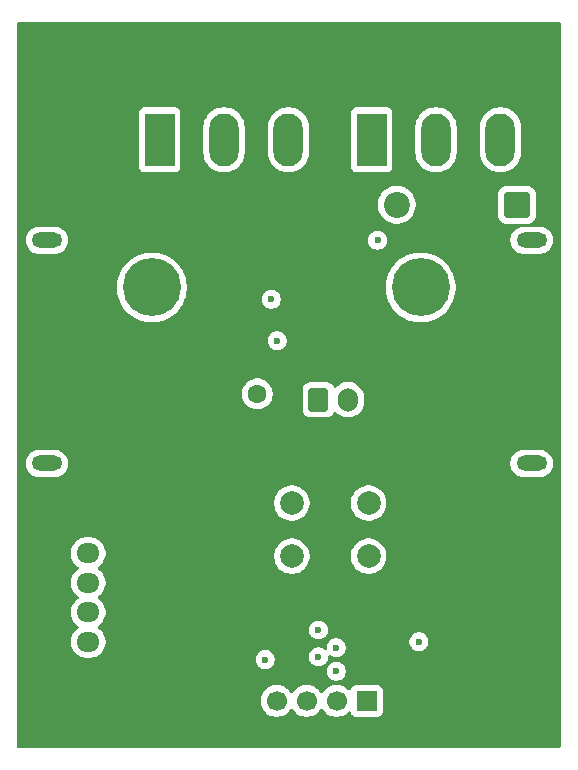
<source format=gbr>
%TF.GenerationSoftware,KiCad,Pcbnew,9.0.3*%
%TF.CreationDate,2025-12-08T06:42:03-06:00*%
%TF.ProjectId,roboboat bms v2,726f626f-626f-4617-9420-626d73207632,rev?*%
%TF.SameCoordinates,Original*%
%TF.FileFunction,Copper,L3,Inr*%
%TF.FilePolarity,Positive*%
%FSLAX46Y46*%
G04 Gerber Fmt 4.6, Leading zero omitted, Abs format (unit mm)*
G04 Created by KiCad (PCBNEW 9.0.3) date 2025-12-08 06:42:03*
%MOMM*%
%LPD*%
G01*
G04 APERTURE LIST*
G04 Aperture macros list*
%AMRoundRect*
0 Rectangle with rounded corners*
0 $1 Rounding radius*
0 $2 $3 $4 $5 $6 $7 $8 $9 X,Y pos of 4 corners*
0 Add a 4 corners polygon primitive as box body*
4,1,4,$2,$3,$4,$5,$6,$7,$8,$9,$2,$3,0*
0 Add four circle primitives for the rounded corners*
1,1,$1+$1,$2,$3*
1,1,$1+$1,$4,$5*
1,1,$1+$1,$6,$7*
1,1,$1+$1,$8,$9*
0 Add four rect primitives between the rounded corners*
20,1,$1+$1,$2,$3,$4,$5,0*
20,1,$1+$1,$4,$5,$6,$7,0*
20,1,$1+$1,$6,$7,$8,$9,0*
20,1,$1+$1,$8,$9,$2,$3,0*%
G04 Aperture macros list end*
%TA.AperFunction,ComponentPad*%
%ADD10R,1.700000X1.700000*%
%TD*%
%TA.AperFunction,ComponentPad*%
%ADD11C,1.700000*%
%TD*%
%TA.AperFunction,ComponentPad*%
%ADD12C,2.000000*%
%TD*%
%TA.AperFunction,ComponentPad*%
%ADD13RoundRect,0.250000X-0.550000X-0.550000X0.550000X-0.550000X0.550000X0.550000X-0.550000X0.550000X0*%
%TD*%
%TA.AperFunction,ComponentPad*%
%ADD14C,1.600000*%
%TD*%
%TA.AperFunction,ComponentPad*%
%ADD15RoundRect,0.250000X-0.600000X-0.750000X0.600000X-0.750000X0.600000X0.750000X-0.600000X0.750000X0*%
%TD*%
%TA.AperFunction,ComponentPad*%
%ADD16O,1.700000X2.000000*%
%TD*%
%TA.AperFunction,ComponentPad*%
%ADD17RoundRect,0.250000X-0.725000X0.600000X-0.725000X-0.600000X0.725000X-0.600000X0.725000X0.600000X0*%
%TD*%
%TA.AperFunction,ComponentPad*%
%ADD18O,1.950000X1.700000*%
%TD*%
%TA.AperFunction,ComponentPad*%
%ADD19RoundRect,0.249999X0.850001X0.850001X-0.850001X0.850001X-0.850001X-0.850001X0.850001X-0.850001X0*%
%TD*%
%TA.AperFunction,ComponentPad*%
%ADD20C,2.200000*%
%TD*%
%TA.AperFunction,ComponentPad*%
%ADD21R,2.500000X4.500000*%
%TD*%
%TA.AperFunction,ComponentPad*%
%ADD22O,2.500000X4.500000*%
%TD*%
%TA.AperFunction,ComponentPad*%
%ADD23C,4.916000*%
%TD*%
%TA.AperFunction,ComponentPad*%
%ADD24O,2.600000X1.300000*%
%TD*%
%TA.AperFunction,ComponentPad*%
%ADD25R,4.916000X4.916000*%
%TD*%
%TA.AperFunction,ViaPad*%
%ADD26C,0.600000*%
%TD*%
G04 APERTURE END LIST*
D10*
%TO.N,Net-(J1-Pin_1)*%
%TO.C,J1*%
X79080000Y-167000000D03*
D11*
%TO.N,Net-(J1-Pin_2)*%
X76540000Y-167000000D03*
%TO.N,Net-(J1-Pin_3)*%
X74000000Y-167000000D03*
%TO.N,GND*%
X71460000Y-167000000D03*
%TD*%
D12*
%TO.N,Net-(R7-Pad1)*%
%TO.C,SW1*%
X72750000Y-150250000D03*
X79250000Y-150250000D03*
%TO.N,Net-(U1-VC1)*%
X72750000Y-154750000D03*
X79250000Y-154750000D03*
%TD*%
D13*
%TO.N,VBUS*%
%TO.C,C4*%
X67317621Y-141000000D03*
D14*
%TO.N,GND*%
X69817621Y-141000000D03*
%TD*%
D15*
%TO.N,Net-(J7-Pin_1)*%
%TO.C,J7*%
X75000000Y-141500000D03*
D16*
%TO.N,GND*%
X77500000Y-141500000D03*
%TD*%
D17*
%TO.N,VBUS*%
%TO.C,J6*%
X55500000Y-152000000D03*
D18*
%TO.N,Net-(J6-Pin_2)*%
X55500000Y-154500000D03*
%TO.N,Net-(J6-Pin_3)*%
X55500000Y-157000000D03*
%TO.N,Net-(J6-Pin_4)*%
X55500000Y-159500000D03*
%TO.N,Net-(J3-NEG)*%
X55500000Y-162000000D03*
%TD*%
D19*
%TO.N,Net-(D1-K)*%
%TO.C,D1*%
X91800000Y-125000000D03*
D20*
%TO.N,Net-(D1-A)*%
X81640000Y-125000000D03*
%TD*%
D21*
%TO.N,Net-(D1-K)*%
%TO.C,Q1*%
X79500000Y-119500000D03*
D22*
%TO.N,Net-(Q1-D)*%
X84950000Y-119500000D03*
%TO.N,GND*%
X90400000Y-119500000D03*
%TD*%
D23*
%TO.N,GND*%
%TO.C,J4*%
X83650000Y-132000000D03*
D24*
%TO.N,unconnected-(J4-PadNC)*%
X93050000Y-146900000D03*
%TO.N,unconnected-(J4-PadNC)_1*%
X93050000Y-128000000D03*
D25*
%TO.N,VBUS*%
X83650000Y-142900000D03*
%TD*%
D23*
%TO.N,Net-(J3-NEG)*%
%TO.C,J3*%
X60900000Y-132000000D03*
D24*
%TO.N,unconnected-(J3-PadNC)*%
X52000000Y-128000000D03*
%TO.N,unconnected-(J3-PadNC)_1*%
X52000000Y-146900000D03*
D25*
%TO.N,VBUS*%
X60900000Y-142900000D03*
%TD*%
D21*
%TO.N,Net-(Q5-G)*%
%TO.C,Q5*%
X61550000Y-119500000D03*
D22*
%TO.N,Net-(Q1-D)*%
X67000000Y-119500000D03*
%TO.N,Net-(Q5-S)*%
X72450000Y-119500000D03*
%TD*%
D26*
%TO.N,GND*%
X76500000Y-162500000D03*
%TO.N,Net-(U1-SRP)*%
X71000000Y-133000000D03*
X75000000Y-161000000D03*
%TO.N,Net-(U1-SRN)*%
X70500000Y-163500000D03*
X71500000Y-136500000D03*
%TO.N,VBUS*%
X76000000Y-159000000D03*
%TO.N,Net-(J7-Pin_1)*%
X83500000Y-162000000D03*
%TO.N,Net-(Q3-S)*%
X80000000Y-128000000D03*
X75000000Y-163275000D03*
%TO.N,Net-(Q5-G)*%
X76500000Y-164500000D03*
%TD*%
%TA.AperFunction,Conductor*%
%TO.N,VBUS*%
G36*
X95442539Y-109520185D02*
G01*
X95488294Y-109572989D01*
X95499500Y-109624500D01*
X95499500Y-170875500D01*
X95479815Y-170942539D01*
X95427011Y-170988294D01*
X95375500Y-170999500D01*
X49624500Y-170999500D01*
X49557461Y-170979815D01*
X49511706Y-170927011D01*
X49500500Y-170875500D01*
X49500500Y-166893713D01*
X70109500Y-166893713D01*
X70109500Y-167106286D01*
X70142753Y-167316239D01*
X70208444Y-167518414D01*
X70304951Y-167707820D01*
X70429890Y-167879786D01*
X70580213Y-168030109D01*
X70752179Y-168155048D01*
X70752181Y-168155049D01*
X70752184Y-168155051D01*
X70941588Y-168251557D01*
X71143757Y-168317246D01*
X71353713Y-168350500D01*
X71353714Y-168350500D01*
X71566286Y-168350500D01*
X71566287Y-168350500D01*
X71776243Y-168317246D01*
X71978412Y-168251557D01*
X72167816Y-168155051D01*
X72254138Y-168092335D01*
X72339786Y-168030109D01*
X72339788Y-168030106D01*
X72339792Y-168030104D01*
X72490104Y-167879792D01*
X72490106Y-167879788D01*
X72490109Y-167879786D01*
X72615048Y-167707820D01*
X72615047Y-167707820D01*
X72615051Y-167707816D01*
X72619514Y-167699054D01*
X72667488Y-167648259D01*
X72735308Y-167631463D01*
X72801444Y-167653999D01*
X72840486Y-167699056D01*
X72844951Y-167707820D01*
X72969890Y-167879786D01*
X73120213Y-168030109D01*
X73292179Y-168155048D01*
X73292181Y-168155049D01*
X73292184Y-168155051D01*
X73481588Y-168251557D01*
X73683757Y-168317246D01*
X73893713Y-168350500D01*
X73893714Y-168350500D01*
X74106286Y-168350500D01*
X74106287Y-168350500D01*
X74316243Y-168317246D01*
X74518412Y-168251557D01*
X74707816Y-168155051D01*
X74794138Y-168092335D01*
X74879786Y-168030109D01*
X74879788Y-168030106D01*
X74879792Y-168030104D01*
X75030104Y-167879792D01*
X75030106Y-167879788D01*
X75030109Y-167879786D01*
X75155048Y-167707820D01*
X75155047Y-167707820D01*
X75155051Y-167707816D01*
X75159514Y-167699054D01*
X75207488Y-167648259D01*
X75275308Y-167631463D01*
X75341444Y-167653999D01*
X75380486Y-167699056D01*
X75384951Y-167707820D01*
X75509890Y-167879786D01*
X75660213Y-168030109D01*
X75832179Y-168155048D01*
X75832181Y-168155049D01*
X75832184Y-168155051D01*
X76021588Y-168251557D01*
X76223757Y-168317246D01*
X76433713Y-168350500D01*
X76433714Y-168350500D01*
X76646286Y-168350500D01*
X76646287Y-168350500D01*
X76856243Y-168317246D01*
X77058412Y-168251557D01*
X77247816Y-168155051D01*
X77419792Y-168030104D01*
X77533329Y-167916566D01*
X77594648Y-167883084D01*
X77664340Y-167888068D01*
X77720274Y-167929939D01*
X77737189Y-167960917D01*
X77786202Y-168092328D01*
X77786206Y-168092335D01*
X77872452Y-168207544D01*
X77872455Y-168207547D01*
X77987664Y-168293793D01*
X77987671Y-168293797D01*
X78122517Y-168344091D01*
X78122516Y-168344091D01*
X78129444Y-168344835D01*
X78182127Y-168350500D01*
X79977872Y-168350499D01*
X80037483Y-168344091D01*
X80172331Y-168293796D01*
X80287546Y-168207546D01*
X80373796Y-168092331D01*
X80424091Y-167957483D01*
X80430500Y-167897873D01*
X80430499Y-166102128D01*
X80424091Y-166042517D01*
X80422810Y-166039083D01*
X80373797Y-165907671D01*
X80373793Y-165907664D01*
X80287547Y-165792455D01*
X80287544Y-165792452D01*
X80172335Y-165706206D01*
X80172328Y-165706202D01*
X80037482Y-165655908D01*
X80037483Y-165655908D01*
X79977883Y-165649501D01*
X79977881Y-165649500D01*
X79977873Y-165649500D01*
X79977864Y-165649500D01*
X78182129Y-165649500D01*
X78182123Y-165649501D01*
X78122516Y-165655908D01*
X77987671Y-165706202D01*
X77987664Y-165706206D01*
X77872455Y-165792452D01*
X77872452Y-165792455D01*
X77786206Y-165907664D01*
X77786203Y-165907669D01*
X77737189Y-166039083D01*
X77695317Y-166095016D01*
X77629853Y-166119433D01*
X77561580Y-166104581D01*
X77533326Y-166083430D01*
X77419786Y-165969890D01*
X77247820Y-165844951D01*
X77058414Y-165748444D01*
X77058413Y-165748443D01*
X77058412Y-165748443D01*
X76856243Y-165682754D01*
X76856241Y-165682753D01*
X76856240Y-165682753D01*
X76694957Y-165657208D01*
X76646287Y-165649500D01*
X76433713Y-165649500D01*
X76385042Y-165657208D01*
X76223760Y-165682753D01*
X76021585Y-165748444D01*
X75832179Y-165844951D01*
X75660213Y-165969890D01*
X75509890Y-166120213D01*
X75384949Y-166292182D01*
X75380484Y-166300946D01*
X75332509Y-166351742D01*
X75264688Y-166368536D01*
X75198553Y-166345998D01*
X75159516Y-166300946D01*
X75155050Y-166292182D01*
X75030109Y-166120213D01*
X74879786Y-165969890D01*
X74707820Y-165844951D01*
X74518414Y-165748444D01*
X74518413Y-165748443D01*
X74518412Y-165748443D01*
X74316243Y-165682754D01*
X74316241Y-165682753D01*
X74316240Y-165682753D01*
X74154957Y-165657208D01*
X74106287Y-165649500D01*
X73893713Y-165649500D01*
X73845042Y-165657208D01*
X73683760Y-165682753D01*
X73481585Y-165748444D01*
X73292179Y-165844951D01*
X73120213Y-165969890D01*
X72969890Y-166120213D01*
X72844949Y-166292182D01*
X72840484Y-166300946D01*
X72792509Y-166351742D01*
X72724688Y-166368536D01*
X72658553Y-166345998D01*
X72619516Y-166300946D01*
X72615050Y-166292182D01*
X72490109Y-166120213D01*
X72339786Y-165969890D01*
X72167820Y-165844951D01*
X71978414Y-165748444D01*
X71978413Y-165748443D01*
X71978412Y-165748443D01*
X71776243Y-165682754D01*
X71776241Y-165682753D01*
X71776240Y-165682753D01*
X71614957Y-165657208D01*
X71566287Y-165649500D01*
X71353713Y-165649500D01*
X71305042Y-165657208D01*
X71143760Y-165682753D01*
X70941585Y-165748444D01*
X70752179Y-165844951D01*
X70580213Y-165969890D01*
X70429890Y-166120213D01*
X70304951Y-166292179D01*
X70208444Y-166481585D01*
X70142753Y-166683760D01*
X70109500Y-166893713D01*
X49500500Y-166893713D01*
X49500500Y-164421153D01*
X75699500Y-164421153D01*
X75699500Y-164578846D01*
X75730261Y-164733489D01*
X75730264Y-164733501D01*
X75790602Y-164879172D01*
X75790609Y-164879185D01*
X75878210Y-165010288D01*
X75878213Y-165010292D01*
X75989707Y-165121786D01*
X75989711Y-165121789D01*
X76120814Y-165209390D01*
X76120827Y-165209397D01*
X76266498Y-165269735D01*
X76266503Y-165269737D01*
X76421153Y-165300499D01*
X76421156Y-165300500D01*
X76421158Y-165300500D01*
X76578844Y-165300500D01*
X76578845Y-165300499D01*
X76733497Y-165269737D01*
X76879179Y-165209394D01*
X77010289Y-165121789D01*
X77121789Y-165010289D01*
X77209394Y-164879179D01*
X77269737Y-164733497D01*
X77300500Y-164578842D01*
X77300500Y-164421158D01*
X77300500Y-164421155D01*
X77300499Y-164421153D01*
X77269738Y-164266510D01*
X77269737Y-164266503D01*
X77209794Y-164121786D01*
X77209397Y-164120827D01*
X77209390Y-164120814D01*
X77121789Y-163989711D01*
X77121786Y-163989707D01*
X77010292Y-163878213D01*
X77010288Y-163878210D01*
X76879185Y-163790609D01*
X76879172Y-163790602D01*
X76733501Y-163730264D01*
X76733489Y-163730261D01*
X76578845Y-163699500D01*
X76578842Y-163699500D01*
X76421158Y-163699500D01*
X76421155Y-163699500D01*
X76266510Y-163730261D01*
X76266498Y-163730264D01*
X76120827Y-163790602D01*
X76120814Y-163790609D01*
X75989711Y-163878210D01*
X75989707Y-163878213D01*
X75878213Y-163989707D01*
X75878210Y-163989711D01*
X75790609Y-164120814D01*
X75790602Y-164120827D01*
X75730264Y-164266498D01*
X75730261Y-164266510D01*
X75699500Y-164421153D01*
X49500500Y-164421153D01*
X49500500Y-163421153D01*
X69699500Y-163421153D01*
X69699500Y-163578846D01*
X69730261Y-163733489D01*
X69730264Y-163733501D01*
X69790602Y-163879172D01*
X69790609Y-163879185D01*
X69878210Y-164010288D01*
X69878213Y-164010292D01*
X69989707Y-164121786D01*
X69989711Y-164121789D01*
X70120814Y-164209390D01*
X70120827Y-164209397D01*
X70258683Y-164266498D01*
X70266503Y-164269737D01*
X70421153Y-164300499D01*
X70421156Y-164300500D01*
X70421158Y-164300500D01*
X70578844Y-164300500D01*
X70578845Y-164300499D01*
X70589179Y-164298443D01*
X70614287Y-164293450D01*
X70614292Y-164293449D01*
X70699800Y-164276439D01*
X70733497Y-164269737D01*
X70879179Y-164209394D01*
X71010289Y-164121789D01*
X71121789Y-164010289D01*
X71209394Y-163879179D01*
X71269737Y-163733497D01*
X71300500Y-163578842D01*
X71300500Y-163421158D01*
X71300500Y-163421155D01*
X71300499Y-163421153D01*
X71269738Y-163266510D01*
X71269737Y-163266503D01*
X71240597Y-163196153D01*
X74199500Y-163196153D01*
X74199500Y-163353846D01*
X74230261Y-163508489D01*
X74230264Y-163508501D01*
X74290602Y-163654172D01*
X74290609Y-163654185D01*
X74378210Y-163785288D01*
X74378213Y-163785292D01*
X74489707Y-163896786D01*
X74489711Y-163896789D01*
X74620814Y-163984390D01*
X74620827Y-163984397D01*
X74766498Y-164044735D01*
X74766503Y-164044737D01*
X74921153Y-164075499D01*
X74921156Y-164075500D01*
X74921158Y-164075500D01*
X75078844Y-164075500D01*
X75078845Y-164075499D01*
X75233497Y-164044737D01*
X75379179Y-163984394D01*
X75510289Y-163896789D01*
X75621789Y-163785289D01*
X75709394Y-163654179D01*
X75769737Y-163508497D01*
X75800500Y-163353842D01*
X75800500Y-163227350D01*
X75820185Y-163160311D01*
X75872989Y-163114556D01*
X75942147Y-163104612D01*
X75993391Y-163124248D01*
X76120814Y-163209390D01*
X76120827Y-163209397D01*
X76188716Y-163237517D01*
X76266503Y-163269737D01*
X76404241Y-163297135D01*
X76421153Y-163300499D01*
X76421156Y-163300500D01*
X76421158Y-163300500D01*
X76578844Y-163300500D01*
X76578845Y-163300499D01*
X76733497Y-163269737D01*
X76879179Y-163209394D01*
X77010289Y-163121789D01*
X77121789Y-163010289D01*
X77209394Y-162879179D01*
X77269737Y-162733497D01*
X77300500Y-162578842D01*
X77300500Y-162421158D01*
X77300500Y-162421155D01*
X77300499Y-162421153D01*
X77269738Y-162266510D01*
X77269737Y-162266503D01*
X77256062Y-162233489D01*
X77209397Y-162120827D01*
X77209390Y-162120814D01*
X77121790Y-161989712D01*
X77121784Y-161989705D01*
X77053232Y-161921153D01*
X82699500Y-161921153D01*
X82699500Y-162078846D01*
X82730261Y-162233489D01*
X82730264Y-162233501D01*
X82790602Y-162379172D01*
X82790609Y-162379185D01*
X82878210Y-162510288D01*
X82878213Y-162510292D01*
X82989707Y-162621786D01*
X82989711Y-162621789D01*
X83120814Y-162709390D01*
X83120827Y-162709397D01*
X83254359Y-162764707D01*
X83266503Y-162769737D01*
X83421153Y-162800499D01*
X83421156Y-162800500D01*
X83421158Y-162800500D01*
X83578844Y-162800500D01*
X83578845Y-162800499D01*
X83733497Y-162769737D01*
X83879179Y-162709394D01*
X84010289Y-162621789D01*
X84121789Y-162510289D01*
X84209394Y-162379179D01*
X84269737Y-162233497D01*
X84300500Y-162078842D01*
X84300500Y-161921158D01*
X84300500Y-161921155D01*
X84300499Y-161921153D01*
X84274531Y-161790606D01*
X84269737Y-161766503D01*
X84269735Y-161766498D01*
X84209397Y-161620827D01*
X84209390Y-161620814D01*
X84121789Y-161489711D01*
X84121786Y-161489707D01*
X84010292Y-161378213D01*
X84010288Y-161378210D01*
X83879185Y-161290609D01*
X83879172Y-161290602D01*
X83733501Y-161230264D01*
X83733489Y-161230261D01*
X83578845Y-161199500D01*
X83578842Y-161199500D01*
X83421158Y-161199500D01*
X83421155Y-161199500D01*
X83266510Y-161230261D01*
X83266498Y-161230264D01*
X83120827Y-161290602D01*
X83120814Y-161290609D01*
X82989711Y-161378210D01*
X82989707Y-161378213D01*
X82878213Y-161489707D01*
X82878210Y-161489711D01*
X82790609Y-161620814D01*
X82790602Y-161620827D01*
X82730264Y-161766498D01*
X82730261Y-161766510D01*
X82699500Y-161921153D01*
X77053232Y-161921153D01*
X77010292Y-161878213D01*
X77010288Y-161878210D01*
X76879185Y-161790609D01*
X76879172Y-161790602D01*
X76733501Y-161730264D01*
X76733489Y-161730261D01*
X76578845Y-161699500D01*
X76578842Y-161699500D01*
X76421158Y-161699500D01*
X76421155Y-161699500D01*
X76266510Y-161730261D01*
X76266498Y-161730264D01*
X76120827Y-161790602D01*
X76120814Y-161790609D01*
X75989711Y-161878210D01*
X75989707Y-161878213D01*
X75878213Y-161989707D01*
X75878210Y-161989711D01*
X75790609Y-162120814D01*
X75790602Y-162120827D01*
X75730264Y-162266498D01*
X75730261Y-162266510D01*
X75699500Y-162421153D01*
X75699500Y-162547649D01*
X75679815Y-162614688D01*
X75627011Y-162660443D01*
X75557853Y-162670387D01*
X75506609Y-162650751D01*
X75379185Y-162565609D01*
X75379172Y-162565602D01*
X75233501Y-162505264D01*
X75233489Y-162505261D01*
X75078845Y-162474500D01*
X75078842Y-162474500D01*
X74921158Y-162474500D01*
X74921155Y-162474500D01*
X74766510Y-162505261D01*
X74766498Y-162505264D01*
X74620827Y-162565602D01*
X74620814Y-162565609D01*
X74489711Y-162653210D01*
X74489707Y-162653213D01*
X74378213Y-162764707D01*
X74378210Y-162764711D01*
X74290609Y-162895814D01*
X74290602Y-162895827D01*
X74230264Y-163041498D01*
X74230261Y-163041510D01*
X74199500Y-163196153D01*
X71240597Y-163196153D01*
X71225751Y-163160311D01*
X71209397Y-163120827D01*
X71209390Y-163120814D01*
X71121789Y-162989711D01*
X71121786Y-162989707D01*
X71010292Y-162878213D01*
X71010288Y-162878210D01*
X70879185Y-162790609D01*
X70879172Y-162790602D01*
X70733501Y-162730264D01*
X70733489Y-162730261D01*
X70578845Y-162699500D01*
X70578842Y-162699500D01*
X70421158Y-162699500D01*
X70421155Y-162699500D01*
X70266510Y-162730261D01*
X70266498Y-162730264D01*
X70120827Y-162790602D01*
X70120814Y-162790609D01*
X69989711Y-162878210D01*
X69989707Y-162878213D01*
X69878213Y-162989707D01*
X69878210Y-162989711D01*
X69790609Y-163120814D01*
X69790602Y-163120827D01*
X69730264Y-163266498D01*
X69730261Y-163266510D01*
X69699500Y-163421153D01*
X49500500Y-163421153D01*
X49500500Y-154393713D01*
X54024500Y-154393713D01*
X54024500Y-154606287D01*
X54057754Y-154816243D01*
X54074602Y-154868097D01*
X54123444Y-155018414D01*
X54219951Y-155207820D01*
X54344890Y-155379786D01*
X54495209Y-155530105D01*
X54495214Y-155530109D01*
X54659793Y-155649682D01*
X54702459Y-155705011D01*
X54708438Y-155774625D01*
X54675833Y-155836420D01*
X54659793Y-155850318D01*
X54495214Y-155969890D01*
X54495209Y-155969894D01*
X54344890Y-156120213D01*
X54219951Y-156292179D01*
X54123444Y-156481585D01*
X54057753Y-156683760D01*
X54024500Y-156893713D01*
X54024500Y-157106286D01*
X54057753Y-157316239D01*
X54123444Y-157518414D01*
X54219951Y-157707820D01*
X54344890Y-157879786D01*
X54495209Y-158030105D01*
X54495214Y-158030109D01*
X54659793Y-158149682D01*
X54702459Y-158205011D01*
X54708438Y-158274625D01*
X54675833Y-158336420D01*
X54659793Y-158350318D01*
X54495214Y-158469890D01*
X54495209Y-158469894D01*
X54344890Y-158620213D01*
X54219951Y-158792179D01*
X54123444Y-158981585D01*
X54057753Y-159183760D01*
X54024500Y-159393713D01*
X54024500Y-159606286D01*
X54057753Y-159816239D01*
X54123444Y-160018414D01*
X54219951Y-160207820D01*
X54344890Y-160379786D01*
X54495209Y-160530105D01*
X54495214Y-160530109D01*
X54659793Y-160649682D01*
X54702459Y-160705011D01*
X54708438Y-160774625D01*
X54675833Y-160836420D01*
X54659793Y-160850318D01*
X54495214Y-160969890D01*
X54495209Y-160969894D01*
X54344890Y-161120213D01*
X54219951Y-161292179D01*
X54123444Y-161481585D01*
X54057753Y-161683760D01*
X54026955Y-161878210D01*
X54024500Y-161893713D01*
X54024500Y-162106287D01*
X54057754Y-162316243D01*
X54120803Y-162510288D01*
X54123444Y-162518414D01*
X54219951Y-162707820D01*
X54344890Y-162879786D01*
X54495213Y-163030109D01*
X54667179Y-163155048D01*
X54667181Y-163155049D01*
X54667184Y-163155051D01*
X54856588Y-163251557D01*
X55058757Y-163317246D01*
X55268713Y-163350500D01*
X55268714Y-163350500D01*
X55731286Y-163350500D01*
X55731287Y-163350500D01*
X55941243Y-163317246D01*
X56143412Y-163251557D01*
X56332816Y-163155051D01*
X56402240Y-163104612D01*
X56504786Y-163030109D01*
X56504788Y-163030106D01*
X56504792Y-163030104D01*
X56655104Y-162879792D01*
X56655106Y-162879788D01*
X56655109Y-162879786D01*
X56778902Y-162709397D01*
X56780051Y-162707816D01*
X56876557Y-162518412D01*
X56942246Y-162316243D01*
X56975500Y-162106287D01*
X56975500Y-161893713D01*
X56942246Y-161683757D01*
X56876557Y-161481588D01*
X56780051Y-161292184D01*
X56780049Y-161292181D01*
X56780048Y-161292179D01*
X56655109Y-161120213D01*
X56504792Y-160969896D01*
X56437705Y-160921155D01*
X56437702Y-160921153D01*
X74199500Y-160921153D01*
X74199500Y-161078846D01*
X74230261Y-161233489D01*
X74230264Y-161233501D01*
X74290602Y-161379172D01*
X74290609Y-161379185D01*
X74378210Y-161510288D01*
X74378213Y-161510292D01*
X74489707Y-161621786D01*
X74489711Y-161621789D01*
X74620814Y-161709390D01*
X74620827Y-161709397D01*
X74758683Y-161766498D01*
X74766503Y-161769737D01*
X74921153Y-161800499D01*
X74921156Y-161800500D01*
X74921158Y-161800500D01*
X75078844Y-161800500D01*
X75078845Y-161800499D01*
X75233497Y-161769737D01*
X75379179Y-161709394D01*
X75510289Y-161621789D01*
X75621789Y-161510289D01*
X75709394Y-161379179D01*
X75769737Y-161233497D01*
X75800500Y-161078842D01*
X75800500Y-160921158D01*
X75800500Y-160921155D01*
X75800499Y-160921153D01*
X75775403Y-160794989D01*
X75769737Y-160766503D01*
X75752702Y-160725376D01*
X75709397Y-160620827D01*
X75709390Y-160620814D01*
X75621789Y-160489711D01*
X75621786Y-160489707D01*
X75510292Y-160378213D01*
X75510288Y-160378210D01*
X75379185Y-160290609D01*
X75379172Y-160290602D01*
X75233501Y-160230264D01*
X75233489Y-160230261D01*
X75078845Y-160199500D01*
X75078842Y-160199500D01*
X74921158Y-160199500D01*
X74921155Y-160199500D01*
X74766510Y-160230261D01*
X74766498Y-160230264D01*
X74620827Y-160290602D01*
X74620814Y-160290609D01*
X74489711Y-160378210D01*
X74489707Y-160378213D01*
X74378213Y-160489707D01*
X74378210Y-160489711D01*
X74290609Y-160620814D01*
X74290602Y-160620827D01*
X74230264Y-160766498D01*
X74230261Y-160766510D01*
X74199500Y-160921153D01*
X56437702Y-160921153D01*
X56340204Y-160850316D01*
X56297540Y-160794989D01*
X56291561Y-160725376D01*
X56324166Y-160663580D01*
X56340199Y-160649686D01*
X56504792Y-160530104D01*
X56655104Y-160379792D01*
X56655106Y-160379788D01*
X56655109Y-160379786D01*
X56780048Y-160207820D01*
X56780047Y-160207820D01*
X56780051Y-160207816D01*
X56876557Y-160018412D01*
X56942246Y-159816243D01*
X56975500Y-159606287D01*
X56975500Y-159393713D01*
X56942246Y-159183757D01*
X56876557Y-158981588D01*
X56780051Y-158792184D01*
X56780049Y-158792181D01*
X56780048Y-158792179D01*
X56655109Y-158620213D01*
X56504792Y-158469896D01*
X56504784Y-158469890D01*
X56340204Y-158350316D01*
X56297540Y-158294989D01*
X56291561Y-158225376D01*
X56324166Y-158163580D01*
X56340199Y-158149686D01*
X56504792Y-158030104D01*
X56655104Y-157879792D01*
X56655106Y-157879788D01*
X56655109Y-157879786D01*
X56780048Y-157707820D01*
X56780047Y-157707820D01*
X56780051Y-157707816D01*
X56876557Y-157518412D01*
X56942246Y-157316243D01*
X56975500Y-157106287D01*
X56975500Y-156893713D01*
X56942246Y-156683757D01*
X56876557Y-156481588D01*
X56780051Y-156292184D01*
X56780049Y-156292181D01*
X56780048Y-156292179D01*
X56655109Y-156120213D01*
X56504792Y-155969896D01*
X56504784Y-155969890D01*
X56340204Y-155850316D01*
X56297540Y-155794989D01*
X56291561Y-155725376D01*
X56324166Y-155663580D01*
X56340199Y-155649686D01*
X56504792Y-155530104D01*
X56655104Y-155379792D01*
X56655106Y-155379788D01*
X56655109Y-155379786D01*
X56780048Y-155207820D01*
X56780047Y-155207820D01*
X56780051Y-155207816D01*
X56876557Y-155018412D01*
X56942246Y-154816243D01*
X56971443Y-154631902D01*
X71249500Y-154631902D01*
X71249500Y-154868097D01*
X71286446Y-155101368D01*
X71359433Y-155325996D01*
X71386841Y-155379786D01*
X71466657Y-155536433D01*
X71605483Y-155727510D01*
X71772490Y-155894517D01*
X71963567Y-156033343D01*
X72062991Y-156084002D01*
X72174003Y-156140566D01*
X72174005Y-156140566D01*
X72174008Y-156140568D01*
X72294412Y-156179689D01*
X72398631Y-156213553D01*
X72631903Y-156250500D01*
X72631908Y-156250500D01*
X72868097Y-156250500D01*
X73101368Y-156213553D01*
X73325992Y-156140568D01*
X73536433Y-156033343D01*
X73727510Y-155894517D01*
X73894517Y-155727510D01*
X74033343Y-155536433D01*
X74140568Y-155325992D01*
X74213553Y-155101368D01*
X74226692Y-155018412D01*
X74250500Y-154868097D01*
X74250500Y-154631902D01*
X77749500Y-154631902D01*
X77749500Y-154868097D01*
X77786446Y-155101368D01*
X77859433Y-155325996D01*
X77886841Y-155379786D01*
X77966657Y-155536433D01*
X78105483Y-155727510D01*
X78272490Y-155894517D01*
X78463567Y-156033343D01*
X78562991Y-156084002D01*
X78674003Y-156140566D01*
X78674005Y-156140566D01*
X78674008Y-156140568D01*
X78794412Y-156179689D01*
X78898631Y-156213553D01*
X79131903Y-156250500D01*
X79131908Y-156250500D01*
X79368097Y-156250500D01*
X79601368Y-156213553D01*
X79825992Y-156140568D01*
X80036433Y-156033343D01*
X80227510Y-155894517D01*
X80394517Y-155727510D01*
X80533343Y-155536433D01*
X80640568Y-155325992D01*
X80713553Y-155101368D01*
X80726692Y-155018412D01*
X80750500Y-154868097D01*
X80750500Y-154631902D01*
X80713553Y-154398631D01*
X80679689Y-154294412D01*
X80640568Y-154174008D01*
X80640566Y-154174005D01*
X80640566Y-154174003D01*
X80542525Y-153981588D01*
X80533343Y-153963567D01*
X80394517Y-153772490D01*
X80227510Y-153605483D01*
X80036433Y-153466657D01*
X79825996Y-153359433D01*
X79601368Y-153286446D01*
X79368097Y-153249500D01*
X79368092Y-153249500D01*
X79131908Y-153249500D01*
X79131903Y-153249500D01*
X78898631Y-153286446D01*
X78674003Y-153359433D01*
X78463566Y-153466657D01*
X78354550Y-153545862D01*
X78272490Y-153605483D01*
X78272488Y-153605485D01*
X78272487Y-153605485D01*
X78105485Y-153772487D01*
X78105485Y-153772488D01*
X78105483Y-153772490D01*
X78045862Y-153854550D01*
X77966657Y-153963566D01*
X77859433Y-154174003D01*
X77786446Y-154398631D01*
X77749500Y-154631902D01*
X74250500Y-154631902D01*
X74213553Y-154398631D01*
X74179689Y-154294412D01*
X74140568Y-154174008D01*
X74140566Y-154174005D01*
X74140566Y-154174003D01*
X74042525Y-153981588D01*
X74033343Y-153963567D01*
X73894517Y-153772490D01*
X73727510Y-153605483D01*
X73536433Y-153466657D01*
X73325996Y-153359433D01*
X73101368Y-153286446D01*
X72868097Y-153249500D01*
X72868092Y-153249500D01*
X72631908Y-153249500D01*
X72631903Y-153249500D01*
X72398631Y-153286446D01*
X72174003Y-153359433D01*
X71963566Y-153466657D01*
X71854550Y-153545862D01*
X71772490Y-153605483D01*
X71772488Y-153605485D01*
X71772487Y-153605485D01*
X71605485Y-153772487D01*
X71605485Y-153772488D01*
X71605483Y-153772490D01*
X71545862Y-153854550D01*
X71466657Y-153963566D01*
X71359433Y-154174003D01*
X71286446Y-154398631D01*
X71249500Y-154631902D01*
X56971443Y-154631902D01*
X56975500Y-154606287D01*
X56975500Y-154393713D01*
X56942246Y-154183757D01*
X56876557Y-153981588D01*
X56780051Y-153792184D01*
X56780049Y-153792181D01*
X56780048Y-153792179D01*
X56655109Y-153620213D01*
X56504786Y-153469890D01*
X56332820Y-153344951D01*
X56143414Y-153248444D01*
X56143413Y-153248443D01*
X56143412Y-153248443D01*
X55941243Y-153182754D01*
X55941241Y-153182753D01*
X55941240Y-153182753D01*
X55779957Y-153157208D01*
X55731287Y-153149500D01*
X55268713Y-153149500D01*
X55220042Y-153157208D01*
X55058760Y-153182753D01*
X54856585Y-153248444D01*
X54667179Y-153344951D01*
X54495213Y-153469890D01*
X54344890Y-153620213D01*
X54219951Y-153792179D01*
X54123444Y-153981585D01*
X54057753Y-154183760D01*
X54024500Y-154393713D01*
X49500500Y-154393713D01*
X49500500Y-150131902D01*
X71249500Y-150131902D01*
X71249500Y-150368097D01*
X71286446Y-150601368D01*
X71359433Y-150825996D01*
X71466657Y-151036433D01*
X71605483Y-151227510D01*
X71772490Y-151394517D01*
X71963567Y-151533343D01*
X72062991Y-151584002D01*
X72174003Y-151640566D01*
X72174005Y-151640566D01*
X72174008Y-151640568D01*
X72294412Y-151679689D01*
X72398631Y-151713553D01*
X72631903Y-151750500D01*
X72631908Y-151750500D01*
X72868097Y-151750500D01*
X73101368Y-151713553D01*
X73325992Y-151640568D01*
X73536433Y-151533343D01*
X73727510Y-151394517D01*
X73894517Y-151227510D01*
X74033343Y-151036433D01*
X74140568Y-150825992D01*
X74213553Y-150601368D01*
X74250500Y-150368097D01*
X74250500Y-150131902D01*
X77749500Y-150131902D01*
X77749500Y-150368097D01*
X77786446Y-150601368D01*
X77859433Y-150825996D01*
X77966657Y-151036433D01*
X78105483Y-151227510D01*
X78272490Y-151394517D01*
X78463567Y-151533343D01*
X78562991Y-151584002D01*
X78674003Y-151640566D01*
X78674005Y-151640566D01*
X78674008Y-151640568D01*
X78794412Y-151679689D01*
X78898631Y-151713553D01*
X79131903Y-151750500D01*
X79131908Y-151750500D01*
X79368097Y-151750500D01*
X79601368Y-151713553D01*
X79825992Y-151640568D01*
X80036433Y-151533343D01*
X80227510Y-151394517D01*
X80394517Y-151227510D01*
X80533343Y-151036433D01*
X80640568Y-150825992D01*
X80713553Y-150601368D01*
X80750500Y-150368097D01*
X80750500Y-150131902D01*
X80713553Y-149898631D01*
X80640566Y-149674003D01*
X80533342Y-149463566D01*
X80394517Y-149272490D01*
X80227510Y-149105483D01*
X80036433Y-148966657D01*
X79825996Y-148859433D01*
X79601368Y-148786446D01*
X79368097Y-148749500D01*
X79368092Y-148749500D01*
X79131908Y-148749500D01*
X79131903Y-148749500D01*
X78898631Y-148786446D01*
X78674003Y-148859433D01*
X78463566Y-148966657D01*
X78354550Y-149045862D01*
X78272490Y-149105483D01*
X78272488Y-149105485D01*
X78272487Y-149105485D01*
X78105485Y-149272487D01*
X78105485Y-149272488D01*
X78105483Y-149272490D01*
X78045862Y-149354550D01*
X77966657Y-149463566D01*
X77859433Y-149674003D01*
X77786446Y-149898631D01*
X77749500Y-150131902D01*
X74250500Y-150131902D01*
X74213553Y-149898631D01*
X74140566Y-149674003D01*
X74033342Y-149463566D01*
X73894517Y-149272490D01*
X73727510Y-149105483D01*
X73536433Y-148966657D01*
X73325996Y-148859433D01*
X73101368Y-148786446D01*
X72868097Y-148749500D01*
X72868092Y-148749500D01*
X72631908Y-148749500D01*
X72631903Y-148749500D01*
X72398631Y-148786446D01*
X72174003Y-148859433D01*
X71963566Y-148966657D01*
X71854550Y-149045862D01*
X71772490Y-149105483D01*
X71772488Y-149105485D01*
X71772487Y-149105485D01*
X71605485Y-149272487D01*
X71605485Y-149272488D01*
X71605483Y-149272490D01*
X71545862Y-149354550D01*
X71466657Y-149463566D01*
X71359433Y-149674003D01*
X71286446Y-149898631D01*
X71249500Y-150131902D01*
X49500500Y-150131902D01*
X49500500Y-146809448D01*
X50199500Y-146809448D01*
X50199500Y-146990551D01*
X50227829Y-147169410D01*
X50283787Y-147341636D01*
X50283788Y-147341639D01*
X50366006Y-147502997D01*
X50472441Y-147649494D01*
X50472445Y-147649499D01*
X50600500Y-147777554D01*
X50600505Y-147777558D01*
X50728287Y-147870396D01*
X50747006Y-147883996D01*
X50852484Y-147937740D01*
X50908360Y-147966211D01*
X50908363Y-147966212D01*
X50994476Y-147994191D01*
X51080591Y-148022171D01*
X51163429Y-148035291D01*
X51259449Y-148050500D01*
X51259454Y-148050500D01*
X52740551Y-148050500D01*
X52827259Y-148036765D01*
X52919409Y-148022171D01*
X53091639Y-147966211D01*
X53252994Y-147883996D01*
X53399501Y-147777553D01*
X53527553Y-147649501D01*
X53633996Y-147502994D01*
X53716211Y-147341639D01*
X53772171Y-147169409D01*
X53786765Y-147077259D01*
X53800500Y-146990551D01*
X53800500Y-146809448D01*
X91249500Y-146809448D01*
X91249500Y-146990551D01*
X91277829Y-147169410D01*
X91333787Y-147341636D01*
X91333788Y-147341639D01*
X91416006Y-147502997D01*
X91522441Y-147649494D01*
X91522445Y-147649499D01*
X91650500Y-147777554D01*
X91650505Y-147777558D01*
X91778287Y-147870396D01*
X91797006Y-147883996D01*
X91902484Y-147937740D01*
X91958360Y-147966211D01*
X91958363Y-147966212D01*
X92044476Y-147994191D01*
X92130591Y-148022171D01*
X92213429Y-148035291D01*
X92309449Y-148050500D01*
X92309454Y-148050500D01*
X93790551Y-148050500D01*
X93877259Y-148036765D01*
X93969409Y-148022171D01*
X94141639Y-147966211D01*
X94302994Y-147883996D01*
X94449501Y-147777553D01*
X94577553Y-147649501D01*
X94683996Y-147502994D01*
X94766211Y-147341639D01*
X94822171Y-147169409D01*
X94836765Y-147077259D01*
X94850500Y-146990551D01*
X94850500Y-146809448D01*
X94834019Y-146705397D01*
X94822171Y-146630591D01*
X94766211Y-146458361D01*
X94766211Y-146458360D01*
X94737740Y-146402484D01*
X94683996Y-146297006D01*
X94670396Y-146278287D01*
X94577558Y-146150505D01*
X94577554Y-146150500D01*
X94449499Y-146022445D01*
X94449494Y-146022441D01*
X94302997Y-145916006D01*
X94302996Y-145916005D01*
X94302994Y-145916004D01*
X94251300Y-145889664D01*
X94141639Y-145833788D01*
X94141636Y-145833787D01*
X93969410Y-145777829D01*
X93790551Y-145749500D01*
X93790546Y-145749500D01*
X92309454Y-145749500D01*
X92309449Y-145749500D01*
X92130589Y-145777829D01*
X91958363Y-145833787D01*
X91958360Y-145833788D01*
X91797002Y-145916006D01*
X91650505Y-146022441D01*
X91650500Y-146022445D01*
X91522445Y-146150500D01*
X91522441Y-146150505D01*
X91416006Y-146297002D01*
X91333788Y-146458360D01*
X91333787Y-146458363D01*
X91277829Y-146630589D01*
X91249500Y-146809448D01*
X53800500Y-146809448D01*
X53784019Y-146705397D01*
X53772171Y-146630591D01*
X53716211Y-146458361D01*
X53716211Y-146458360D01*
X53687740Y-146402484D01*
X53633996Y-146297006D01*
X53620396Y-146278287D01*
X53527558Y-146150505D01*
X53527554Y-146150500D01*
X53399499Y-146022445D01*
X53399494Y-146022441D01*
X53252997Y-145916006D01*
X53252996Y-145916005D01*
X53252994Y-145916004D01*
X53201300Y-145889664D01*
X53091639Y-145833788D01*
X53091636Y-145833787D01*
X52919410Y-145777829D01*
X52740551Y-145749500D01*
X52740546Y-145749500D01*
X51259454Y-145749500D01*
X51259449Y-145749500D01*
X51080589Y-145777829D01*
X50908363Y-145833787D01*
X50908360Y-145833788D01*
X50747002Y-145916006D01*
X50600505Y-146022441D01*
X50600500Y-146022445D01*
X50472445Y-146150500D01*
X50472441Y-146150505D01*
X50366006Y-146297002D01*
X50283788Y-146458360D01*
X50283787Y-146458363D01*
X50227829Y-146630589D01*
X50199500Y-146809448D01*
X49500500Y-146809448D01*
X49500500Y-140897648D01*
X68517121Y-140897648D01*
X68517121Y-141102351D01*
X68549143Y-141304534D01*
X68612402Y-141499223D01*
X68705336Y-141681613D01*
X68825649Y-141847213D01*
X68970407Y-141991971D01*
X69125370Y-142104556D01*
X69136011Y-142112287D01*
X69246162Y-142168412D01*
X69318397Y-142205218D01*
X69318399Y-142205218D01*
X69318402Y-142205220D01*
X69422758Y-142239127D01*
X69513086Y-142268477D01*
X69614178Y-142284488D01*
X69715269Y-142300500D01*
X69715270Y-142300500D01*
X69919972Y-142300500D01*
X69919973Y-142300500D01*
X70122155Y-142268477D01*
X70316840Y-142205220D01*
X70499231Y-142112287D01*
X70592211Y-142044732D01*
X70664834Y-141991971D01*
X70664836Y-141991968D01*
X70664840Y-141991966D01*
X70809587Y-141847219D01*
X70809589Y-141847215D01*
X70809592Y-141847213D01*
X70875653Y-141756286D01*
X70929908Y-141681610D01*
X71022841Y-141499219D01*
X71086098Y-141304534D01*
X71118121Y-141102352D01*
X71118121Y-140897648D01*
X71086815Y-140699991D01*
X71086814Y-140699983D01*
X73649500Y-140699983D01*
X73649500Y-142300001D01*
X73649501Y-142300018D01*
X73660000Y-142402796D01*
X73660001Y-142402799D01*
X73705894Y-142541294D01*
X73715186Y-142569334D01*
X73807288Y-142718656D01*
X73931344Y-142842712D01*
X74080666Y-142934814D01*
X74247203Y-142989999D01*
X74349991Y-143000500D01*
X75650008Y-143000499D01*
X75752797Y-142989999D01*
X75919334Y-142934814D01*
X76068656Y-142842712D01*
X76192712Y-142718656D01*
X76284814Y-142569334D01*
X76284814Y-142569331D01*
X76288178Y-142563879D01*
X76340126Y-142517154D01*
X76409088Y-142505931D01*
X76473170Y-142533774D01*
X76481398Y-142541294D01*
X76620213Y-142680109D01*
X76792179Y-142805048D01*
X76792181Y-142805049D01*
X76792184Y-142805051D01*
X76981588Y-142901557D01*
X77183757Y-142967246D01*
X77393713Y-143000500D01*
X77393714Y-143000500D01*
X77606286Y-143000500D01*
X77606287Y-143000500D01*
X77816243Y-142967246D01*
X78018412Y-142901557D01*
X78207816Y-142805051D01*
X78229789Y-142789086D01*
X78379786Y-142680109D01*
X78379788Y-142680106D01*
X78379792Y-142680104D01*
X78530104Y-142529792D01*
X78530106Y-142529788D01*
X78530109Y-142529786D01*
X78655048Y-142357820D01*
X78655047Y-142357820D01*
X78655051Y-142357816D01*
X78751557Y-142168412D01*
X78817246Y-141966243D01*
X78850500Y-141756287D01*
X78850500Y-141243713D01*
X78817246Y-141033757D01*
X78751557Y-140831588D01*
X78655051Y-140642184D01*
X78655049Y-140642181D01*
X78655048Y-140642179D01*
X78530109Y-140470213D01*
X78379786Y-140319890D01*
X78207820Y-140194951D01*
X78018414Y-140098444D01*
X78018413Y-140098443D01*
X78018412Y-140098443D01*
X77816243Y-140032754D01*
X77816241Y-140032753D01*
X77816240Y-140032753D01*
X77654957Y-140007208D01*
X77606287Y-139999500D01*
X77393713Y-139999500D01*
X77345042Y-140007208D01*
X77183760Y-140032753D01*
X76981585Y-140098444D01*
X76792179Y-140194951D01*
X76620215Y-140319889D01*
X76481398Y-140458706D01*
X76420075Y-140492190D01*
X76350383Y-140487206D01*
X76294450Y-140445334D01*
X76288178Y-140436120D01*
X76192712Y-140281344D01*
X76068657Y-140157289D01*
X76068656Y-140157288D01*
X75919334Y-140065186D01*
X75752797Y-140010001D01*
X75752795Y-140010000D01*
X75650010Y-139999500D01*
X74349998Y-139999500D01*
X74349981Y-139999501D01*
X74247203Y-140010000D01*
X74247200Y-140010001D01*
X74080668Y-140065185D01*
X74080663Y-140065187D01*
X73931342Y-140157289D01*
X73807289Y-140281342D01*
X73715187Y-140430663D01*
X73715185Y-140430668D01*
X73710325Y-140445334D01*
X73660001Y-140597203D01*
X73660001Y-140597204D01*
X73660000Y-140597204D01*
X73649500Y-140699983D01*
X71086814Y-140699983D01*
X71086098Y-140695465D01*
X71022839Y-140500776D01*
X70987114Y-140430663D01*
X70929908Y-140318390D01*
X70902993Y-140281344D01*
X70809592Y-140152786D01*
X70664834Y-140008028D01*
X70499234Y-139887715D01*
X70499233Y-139887714D01*
X70499231Y-139887713D01*
X70442274Y-139858691D01*
X70316844Y-139794781D01*
X70122155Y-139731522D01*
X69947616Y-139703878D01*
X69919973Y-139699500D01*
X69715269Y-139699500D01*
X69690950Y-139703351D01*
X69513086Y-139731522D01*
X69318397Y-139794781D01*
X69136007Y-139887715D01*
X68970407Y-140008028D01*
X68825649Y-140152786D01*
X68705336Y-140318386D01*
X68612402Y-140500776D01*
X68549143Y-140695465D01*
X68517121Y-140897648D01*
X49500500Y-140897648D01*
X49500500Y-136421153D01*
X70699500Y-136421153D01*
X70699500Y-136578846D01*
X70730261Y-136733489D01*
X70730264Y-136733501D01*
X70790602Y-136879172D01*
X70790609Y-136879185D01*
X70878210Y-137010288D01*
X70878213Y-137010292D01*
X70989707Y-137121786D01*
X70989711Y-137121789D01*
X71120814Y-137209390D01*
X71120827Y-137209397D01*
X71266498Y-137269735D01*
X71266503Y-137269737D01*
X71421153Y-137300499D01*
X71421156Y-137300500D01*
X71421158Y-137300500D01*
X71578844Y-137300500D01*
X71578845Y-137300499D01*
X71733497Y-137269737D01*
X71879179Y-137209394D01*
X72010289Y-137121789D01*
X72121789Y-137010289D01*
X72209394Y-136879179D01*
X72269737Y-136733497D01*
X72300500Y-136578842D01*
X72300500Y-136421158D01*
X72300500Y-136421155D01*
X72300499Y-136421153D01*
X72269738Y-136266510D01*
X72269737Y-136266503D01*
X72269735Y-136266498D01*
X72209397Y-136120827D01*
X72209390Y-136120814D01*
X72121789Y-135989711D01*
X72121786Y-135989707D01*
X72010292Y-135878213D01*
X72010288Y-135878210D01*
X71879185Y-135790609D01*
X71879172Y-135790602D01*
X71733501Y-135730264D01*
X71733489Y-135730261D01*
X71578845Y-135699500D01*
X71578842Y-135699500D01*
X71421158Y-135699500D01*
X71421155Y-135699500D01*
X71266510Y-135730261D01*
X71266498Y-135730264D01*
X71120827Y-135790602D01*
X71120814Y-135790609D01*
X70989711Y-135878210D01*
X70989707Y-135878213D01*
X70878213Y-135989707D01*
X70878210Y-135989711D01*
X70790609Y-136120814D01*
X70790602Y-136120827D01*
X70730264Y-136266498D01*
X70730261Y-136266510D01*
X70699500Y-136421153D01*
X49500500Y-136421153D01*
X49500500Y-131833847D01*
X57941500Y-131833847D01*
X57941500Y-132166152D01*
X57978701Y-132496333D01*
X57978704Y-132496347D01*
X58052645Y-132820307D01*
X58052649Y-132820319D01*
X58162396Y-133133956D01*
X58306569Y-133433334D01*
X58306571Y-133433337D01*
X58483361Y-133714697D01*
X58690541Y-133974493D01*
X58925507Y-134209459D01*
X59185303Y-134416639D01*
X59466663Y-134593429D01*
X59766047Y-134737605D01*
X60001605Y-134820030D01*
X60079680Y-134847350D01*
X60079692Y-134847354D01*
X60403652Y-134921296D01*
X60403661Y-134921297D01*
X60403666Y-134921298D01*
X60623786Y-134946098D01*
X60733848Y-134958499D01*
X60733851Y-134958500D01*
X60733854Y-134958500D01*
X61066149Y-134958500D01*
X61066150Y-134958499D01*
X61234897Y-134939486D01*
X61396333Y-134921298D01*
X61396336Y-134921297D01*
X61396348Y-134921296D01*
X61720308Y-134847354D01*
X62033953Y-134737605D01*
X62333337Y-134593429D01*
X62614697Y-134416639D01*
X62874493Y-134209459D01*
X63109459Y-133974493D01*
X63316639Y-133714697D01*
X63493429Y-133433337D01*
X63637605Y-133133953D01*
X63712067Y-132921153D01*
X70199500Y-132921153D01*
X70199500Y-133078846D01*
X70230261Y-133233489D01*
X70230264Y-133233501D01*
X70290602Y-133379172D01*
X70290609Y-133379185D01*
X70378210Y-133510288D01*
X70378213Y-133510292D01*
X70489707Y-133621786D01*
X70489711Y-133621789D01*
X70620814Y-133709390D01*
X70620827Y-133709397D01*
X70766498Y-133769735D01*
X70766503Y-133769737D01*
X70921153Y-133800499D01*
X70921156Y-133800500D01*
X70921158Y-133800500D01*
X71078844Y-133800500D01*
X71078845Y-133800499D01*
X71233497Y-133769737D01*
X71379179Y-133709394D01*
X71510289Y-133621789D01*
X71621789Y-133510289D01*
X71709394Y-133379179D01*
X71769737Y-133233497D01*
X71800500Y-133078842D01*
X71800500Y-132921158D01*
X71800500Y-132921155D01*
X71800499Y-132921153D01*
X71791142Y-132874111D01*
X71769737Y-132766503D01*
X71769735Y-132766498D01*
X71709397Y-132620827D01*
X71709390Y-132620814D01*
X71621789Y-132489711D01*
X71621786Y-132489707D01*
X71510292Y-132378213D01*
X71510288Y-132378210D01*
X71379185Y-132290609D01*
X71379172Y-132290602D01*
X71233501Y-132230264D01*
X71233489Y-132230261D01*
X71078845Y-132199500D01*
X71078842Y-132199500D01*
X70921158Y-132199500D01*
X70921155Y-132199500D01*
X70766510Y-132230261D01*
X70766498Y-132230264D01*
X70620827Y-132290602D01*
X70620814Y-132290609D01*
X70489711Y-132378210D01*
X70489707Y-132378213D01*
X70378213Y-132489707D01*
X70378210Y-132489711D01*
X70290609Y-132620814D01*
X70290602Y-132620827D01*
X70230264Y-132766498D01*
X70230261Y-132766510D01*
X70199500Y-132921153D01*
X63712067Y-132921153D01*
X63747354Y-132820308D01*
X63821296Y-132496348D01*
X63822045Y-132489707D01*
X63858499Y-132166152D01*
X63858500Y-132166148D01*
X63858500Y-131833851D01*
X63858499Y-131833847D01*
X80691500Y-131833847D01*
X80691500Y-132166152D01*
X80728701Y-132496333D01*
X80728704Y-132496347D01*
X80802645Y-132820307D01*
X80802649Y-132820319D01*
X80912396Y-133133956D01*
X81056569Y-133433334D01*
X81056571Y-133433337D01*
X81233361Y-133714697D01*
X81440541Y-133974493D01*
X81675507Y-134209459D01*
X81935303Y-134416639D01*
X82216663Y-134593429D01*
X82516047Y-134737605D01*
X82751605Y-134820030D01*
X82829680Y-134847350D01*
X82829692Y-134847354D01*
X83153652Y-134921296D01*
X83153661Y-134921297D01*
X83153666Y-134921298D01*
X83373786Y-134946098D01*
X83483848Y-134958499D01*
X83483851Y-134958500D01*
X83483854Y-134958500D01*
X83816149Y-134958500D01*
X83816150Y-134958499D01*
X83984897Y-134939486D01*
X84146333Y-134921298D01*
X84146336Y-134921297D01*
X84146348Y-134921296D01*
X84470308Y-134847354D01*
X84783953Y-134737605D01*
X85083337Y-134593429D01*
X85364697Y-134416639D01*
X85624493Y-134209459D01*
X85859459Y-133974493D01*
X86066639Y-133714697D01*
X86243429Y-133433337D01*
X86387605Y-133133953D01*
X86497354Y-132820308D01*
X86571296Y-132496348D01*
X86572045Y-132489707D01*
X86608499Y-132166152D01*
X86608500Y-132166148D01*
X86608500Y-131833851D01*
X86608499Y-131833847D01*
X86571298Y-131503666D01*
X86571297Y-131503661D01*
X86571296Y-131503652D01*
X86497354Y-131179692D01*
X86387605Y-130866047D01*
X86243429Y-130566663D01*
X86066639Y-130285303D01*
X85859459Y-130025507D01*
X85624493Y-129790541D01*
X85364697Y-129583361D01*
X85083337Y-129406571D01*
X85083334Y-129406569D01*
X84783956Y-129262396D01*
X84470319Y-129152649D01*
X84470307Y-129152645D01*
X84220289Y-129095580D01*
X84146348Y-129078704D01*
X84146345Y-129078703D01*
X84146333Y-129078701D01*
X83816152Y-129041500D01*
X83816146Y-129041500D01*
X83483854Y-129041500D01*
X83483847Y-129041500D01*
X83153666Y-129078701D01*
X83153652Y-129078704D01*
X82829692Y-129152645D01*
X82829680Y-129152649D01*
X82516043Y-129262396D01*
X82216665Y-129406569D01*
X81935304Y-129583360D01*
X81675507Y-129790540D01*
X81440540Y-130025507D01*
X81233360Y-130285304D01*
X81056569Y-130566665D01*
X80912396Y-130866043D01*
X80802649Y-131179680D01*
X80802645Y-131179692D01*
X80728704Y-131503652D01*
X80728701Y-131503666D01*
X80691500Y-131833847D01*
X63858499Y-131833847D01*
X63821298Y-131503666D01*
X63821297Y-131503661D01*
X63821296Y-131503652D01*
X63747354Y-131179692D01*
X63637605Y-130866047D01*
X63493429Y-130566663D01*
X63316639Y-130285303D01*
X63109459Y-130025507D01*
X62874493Y-129790541D01*
X62614697Y-129583361D01*
X62333337Y-129406571D01*
X62333334Y-129406569D01*
X62033956Y-129262396D01*
X61720319Y-129152649D01*
X61720307Y-129152645D01*
X61470289Y-129095580D01*
X61396348Y-129078704D01*
X61396345Y-129078703D01*
X61396333Y-129078701D01*
X61066152Y-129041500D01*
X61066146Y-129041500D01*
X60733854Y-129041500D01*
X60733847Y-129041500D01*
X60403666Y-129078701D01*
X60403652Y-129078704D01*
X60079692Y-129152645D01*
X60079680Y-129152649D01*
X59766043Y-129262396D01*
X59466665Y-129406569D01*
X59185304Y-129583360D01*
X58925507Y-129790540D01*
X58690540Y-130025507D01*
X58483360Y-130285304D01*
X58306569Y-130566665D01*
X58162396Y-130866043D01*
X58052649Y-131179680D01*
X58052645Y-131179692D01*
X57978704Y-131503652D01*
X57978701Y-131503666D01*
X57941500Y-131833847D01*
X49500500Y-131833847D01*
X49500500Y-127909448D01*
X50199500Y-127909448D01*
X50199500Y-128090551D01*
X50227829Y-128269410D01*
X50283787Y-128441636D01*
X50283788Y-128441639D01*
X50366006Y-128602997D01*
X50472441Y-128749494D01*
X50472445Y-128749499D01*
X50600500Y-128877554D01*
X50600505Y-128877558D01*
X50728287Y-128970396D01*
X50747006Y-128983996D01*
X50852484Y-129037740D01*
X50908360Y-129066211D01*
X50908363Y-129066212D01*
X50946811Y-129078704D01*
X51080591Y-129122171D01*
X51163429Y-129135291D01*
X51259449Y-129150500D01*
X51259454Y-129150500D01*
X52740551Y-129150500D01*
X52827259Y-129136765D01*
X52919409Y-129122171D01*
X53091639Y-129066211D01*
X53252994Y-128983996D01*
X53399501Y-128877553D01*
X53527553Y-128749501D01*
X53633996Y-128602994D01*
X53716211Y-128441639D01*
X53772171Y-128269409D01*
X53786765Y-128177259D01*
X53800500Y-128090551D01*
X53800500Y-127921153D01*
X79199500Y-127921153D01*
X79199500Y-128078846D01*
X79230261Y-128233489D01*
X79230264Y-128233501D01*
X79290602Y-128379172D01*
X79290609Y-128379185D01*
X79378210Y-128510288D01*
X79378213Y-128510292D01*
X79489707Y-128621786D01*
X79489711Y-128621789D01*
X79620814Y-128709390D01*
X79620827Y-128709397D01*
X79766498Y-128769735D01*
X79766503Y-128769737D01*
X79921153Y-128800499D01*
X79921156Y-128800500D01*
X79921158Y-128800500D01*
X80078844Y-128800500D01*
X80078845Y-128800499D01*
X80233497Y-128769737D01*
X80379179Y-128709394D01*
X80510289Y-128621789D01*
X80621789Y-128510289D01*
X80709394Y-128379179D01*
X80769737Y-128233497D01*
X80800500Y-128078842D01*
X80800500Y-127921158D01*
X80800499Y-127921153D01*
X80800499Y-127921150D01*
X80798171Y-127909448D01*
X91249500Y-127909448D01*
X91249500Y-128090551D01*
X91277829Y-128269410D01*
X91333787Y-128441636D01*
X91333788Y-128441639D01*
X91416006Y-128602997D01*
X91522441Y-128749494D01*
X91522445Y-128749499D01*
X91650500Y-128877554D01*
X91650505Y-128877558D01*
X91778287Y-128970396D01*
X91797006Y-128983996D01*
X91902484Y-129037740D01*
X91958360Y-129066211D01*
X91958363Y-129066212D01*
X91996811Y-129078704D01*
X92130591Y-129122171D01*
X92213429Y-129135291D01*
X92309449Y-129150500D01*
X92309454Y-129150500D01*
X93790551Y-129150500D01*
X93877259Y-129136765D01*
X93969409Y-129122171D01*
X94141639Y-129066211D01*
X94302994Y-128983996D01*
X94449501Y-128877553D01*
X94577553Y-128749501D01*
X94683996Y-128602994D01*
X94766211Y-128441639D01*
X94822171Y-128269409D01*
X94836765Y-128177259D01*
X94850500Y-128090551D01*
X94850500Y-127909448D01*
X94827858Y-127766498D01*
X94822171Y-127730591D01*
X94766211Y-127558361D01*
X94766211Y-127558360D01*
X94731230Y-127489707D01*
X94683996Y-127397006D01*
X94670340Y-127378210D01*
X94577558Y-127250505D01*
X94577554Y-127250500D01*
X94449499Y-127122445D01*
X94449494Y-127122441D01*
X94302997Y-127016006D01*
X94302996Y-127016005D01*
X94302994Y-127016004D01*
X94251300Y-126989664D01*
X94141639Y-126933788D01*
X94141636Y-126933787D01*
X93969410Y-126877829D01*
X93790551Y-126849500D01*
X93790546Y-126849500D01*
X92309454Y-126849500D01*
X92309449Y-126849500D01*
X92130589Y-126877829D01*
X91958363Y-126933787D01*
X91958360Y-126933788D01*
X91797002Y-127016006D01*
X91650505Y-127122441D01*
X91650500Y-127122445D01*
X91522445Y-127250500D01*
X91522441Y-127250505D01*
X91416006Y-127397002D01*
X91333788Y-127558360D01*
X91333787Y-127558363D01*
X91277829Y-127730589D01*
X91249500Y-127909448D01*
X80798171Y-127909448D01*
X80769738Y-127766510D01*
X80769737Y-127766503D01*
X80754861Y-127730589D01*
X80709397Y-127620827D01*
X80709390Y-127620814D01*
X80621789Y-127489711D01*
X80621786Y-127489707D01*
X80510292Y-127378213D01*
X80510288Y-127378210D01*
X80379185Y-127290609D01*
X80379172Y-127290602D01*
X80233501Y-127230264D01*
X80233489Y-127230261D01*
X80078845Y-127199500D01*
X80078842Y-127199500D01*
X79921158Y-127199500D01*
X79921155Y-127199500D01*
X79766510Y-127230261D01*
X79766498Y-127230264D01*
X79620827Y-127290602D01*
X79620814Y-127290609D01*
X79489711Y-127378210D01*
X79489707Y-127378213D01*
X79378213Y-127489707D01*
X79378210Y-127489711D01*
X79290609Y-127620814D01*
X79290602Y-127620827D01*
X79230264Y-127766498D01*
X79230261Y-127766510D01*
X79199500Y-127921153D01*
X53800500Y-127921153D01*
X53800500Y-127909448D01*
X53777858Y-127766498D01*
X53772171Y-127730591D01*
X53716211Y-127558361D01*
X53716211Y-127558360D01*
X53681230Y-127489707D01*
X53633996Y-127397006D01*
X53620340Y-127378210D01*
X53527558Y-127250505D01*
X53527554Y-127250500D01*
X53399499Y-127122445D01*
X53399494Y-127122441D01*
X53252997Y-127016006D01*
X53252996Y-127016005D01*
X53252994Y-127016004D01*
X53201300Y-126989664D01*
X53091639Y-126933788D01*
X53091636Y-126933787D01*
X52919410Y-126877829D01*
X52740551Y-126849500D01*
X52740546Y-126849500D01*
X51259454Y-126849500D01*
X51259449Y-126849500D01*
X51080589Y-126877829D01*
X50908363Y-126933787D01*
X50908360Y-126933788D01*
X50747002Y-127016006D01*
X50600505Y-127122441D01*
X50600500Y-127122445D01*
X50472445Y-127250500D01*
X50472441Y-127250505D01*
X50366006Y-127397002D01*
X50283788Y-127558360D01*
X50283787Y-127558363D01*
X50227829Y-127730589D01*
X50199500Y-127909448D01*
X49500500Y-127909448D01*
X49500500Y-124874038D01*
X80039500Y-124874038D01*
X80039500Y-125125961D01*
X80078910Y-125374785D01*
X80156760Y-125614383D01*
X80271132Y-125838848D01*
X80419201Y-126042649D01*
X80419205Y-126042654D01*
X80597345Y-126220794D01*
X80597350Y-126220798D01*
X80775117Y-126349952D01*
X80801155Y-126368870D01*
X80944184Y-126441747D01*
X81025616Y-126483239D01*
X81025618Y-126483239D01*
X81025621Y-126483241D01*
X81265215Y-126561090D01*
X81514038Y-126600500D01*
X81514039Y-126600500D01*
X81765961Y-126600500D01*
X81765962Y-126600500D01*
X82014785Y-126561090D01*
X82254379Y-126483241D01*
X82478845Y-126368870D01*
X82682656Y-126220793D01*
X82860793Y-126042656D01*
X83008870Y-125838845D01*
X83123241Y-125614379D01*
X83201090Y-125374785D01*
X83240500Y-125125962D01*
X83240500Y-124874038D01*
X83201090Y-124625215D01*
X83123241Y-124385621D01*
X83123239Y-124385618D01*
X83123239Y-124385616D01*
X83008869Y-124161154D01*
X83008865Y-124161148D01*
X82964426Y-124099982D01*
X90199500Y-124099982D01*
X90199500Y-125900017D01*
X90210000Y-126002796D01*
X90265185Y-126169332D01*
X90265186Y-126169335D01*
X90357288Y-126318656D01*
X90481344Y-126442712D01*
X90630665Y-126534814D01*
X90797202Y-126589999D01*
X90899990Y-126600500D01*
X90899995Y-126600500D01*
X92700005Y-126600500D01*
X92700010Y-126600500D01*
X92802798Y-126589999D01*
X92969335Y-126534814D01*
X93118656Y-126442712D01*
X93242712Y-126318656D01*
X93334814Y-126169335D01*
X93389999Y-126002798D01*
X93400500Y-125900010D01*
X93400500Y-124099990D01*
X93389999Y-123997202D01*
X93334814Y-123830665D01*
X93242712Y-123681344D01*
X93118656Y-123557288D01*
X92969335Y-123465186D01*
X92802798Y-123410001D01*
X92802796Y-123410000D01*
X92700017Y-123399500D01*
X92700010Y-123399500D01*
X90899990Y-123399500D01*
X90899982Y-123399500D01*
X90797203Y-123410000D01*
X90797202Y-123410001D01*
X90714669Y-123437349D01*
X90630667Y-123465185D01*
X90630662Y-123465187D01*
X90481342Y-123557289D01*
X90357289Y-123681342D01*
X90265187Y-123830662D01*
X90265186Y-123830665D01*
X90210001Y-123997202D01*
X90210001Y-123997203D01*
X90210000Y-123997203D01*
X90199500Y-124099982D01*
X82964426Y-124099982D01*
X82860798Y-123957350D01*
X82860794Y-123957345D01*
X82682654Y-123779205D01*
X82682649Y-123779201D01*
X82478848Y-123631132D01*
X82478847Y-123631131D01*
X82478845Y-123631130D01*
X82408747Y-123595413D01*
X82254383Y-123516760D01*
X82014785Y-123438910D01*
X81765962Y-123399500D01*
X81514038Y-123399500D01*
X81447738Y-123410001D01*
X81265214Y-123438910D01*
X81025616Y-123516760D01*
X80801151Y-123631132D01*
X80597350Y-123779201D01*
X80597345Y-123779205D01*
X80419205Y-123957345D01*
X80419201Y-123957350D01*
X80271132Y-124161151D01*
X80156760Y-124385616D01*
X80078910Y-124625214D01*
X80039500Y-124874038D01*
X49500500Y-124874038D01*
X49500500Y-117202135D01*
X59799500Y-117202135D01*
X59799500Y-121797870D01*
X59799501Y-121797876D01*
X59805908Y-121857483D01*
X59856202Y-121992328D01*
X59856206Y-121992335D01*
X59942452Y-122107544D01*
X59942455Y-122107547D01*
X60057664Y-122193793D01*
X60057671Y-122193797D01*
X60192517Y-122244091D01*
X60192516Y-122244091D01*
X60199444Y-122244835D01*
X60252127Y-122250500D01*
X62847872Y-122250499D01*
X62907483Y-122244091D01*
X63042331Y-122193796D01*
X63157546Y-122107546D01*
X63243796Y-121992331D01*
X63294091Y-121857483D01*
X63300500Y-121797873D01*
X63300499Y-118385258D01*
X65249500Y-118385258D01*
X65249500Y-120614741D01*
X65274446Y-120804215D01*
X65279452Y-120842238D01*
X65279453Y-120842240D01*
X65338842Y-121063887D01*
X65426650Y-121275876D01*
X65426657Y-121275890D01*
X65541392Y-121474617D01*
X65681081Y-121656661D01*
X65681089Y-121656670D01*
X65843330Y-121818911D01*
X65843338Y-121818918D01*
X66025382Y-121958607D01*
X66025385Y-121958608D01*
X66025388Y-121958611D01*
X66224112Y-122073344D01*
X66224117Y-122073346D01*
X66224123Y-122073349D01*
X66306678Y-122107544D01*
X66436113Y-122161158D01*
X66657762Y-122220548D01*
X66874312Y-122249057D01*
X66885250Y-122250498D01*
X66885266Y-122250500D01*
X66885273Y-122250500D01*
X67114727Y-122250500D01*
X67114734Y-122250500D01*
X67342238Y-122220548D01*
X67563887Y-122161158D01*
X67775888Y-122073344D01*
X67974612Y-121958611D01*
X68156661Y-121818919D01*
X68156665Y-121818914D01*
X68156670Y-121818911D01*
X68318911Y-121656670D01*
X68318914Y-121656665D01*
X68318919Y-121656661D01*
X68458611Y-121474612D01*
X68573344Y-121275888D01*
X68661158Y-121063887D01*
X68720548Y-120842238D01*
X68750500Y-120614734D01*
X68750500Y-118385266D01*
X68750499Y-118385258D01*
X70699500Y-118385258D01*
X70699500Y-120614741D01*
X70724446Y-120804215D01*
X70729452Y-120842238D01*
X70729453Y-120842240D01*
X70788842Y-121063887D01*
X70876650Y-121275876D01*
X70876657Y-121275890D01*
X70991392Y-121474617D01*
X71131081Y-121656661D01*
X71131089Y-121656670D01*
X71293330Y-121818911D01*
X71293338Y-121818918D01*
X71475382Y-121958607D01*
X71475385Y-121958608D01*
X71475388Y-121958611D01*
X71674112Y-122073344D01*
X71674117Y-122073346D01*
X71674123Y-122073349D01*
X71756678Y-122107544D01*
X71886113Y-122161158D01*
X72107762Y-122220548D01*
X72324312Y-122249057D01*
X72335250Y-122250498D01*
X72335266Y-122250500D01*
X72335273Y-122250500D01*
X72564727Y-122250500D01*
X72564734Y-122250500D01*
X72792238Y-122220548D01*
X73013887Y-122161158D01*
X73225888Y-122073344D01*
X73424612Y-121958611D01*
X73606661Y-121818919D01*
X73606665Y-121818914D01*
X73606670Y-121818911D01*
X73768911Y-121656670D01*
X73768914Y-121656665D01*
X73768919Y-121656661D01*
X73908611Y-121474612D01*
X74023344Y-121275888D01*
X74111158Y-121063887D01*
X74170548Y-120842238D01*
X74200500Y-120614734D01*
X74200500Y-118385266D01*
X74170548Y-118157762D01*
X74111158Y-117936113D01*
X74023344Y-117724112D01*
X73908611Y-117525388D01*
X73908608Y-117525385D01*
X73908607Y-117525382D01*
X73768918Y-117343338D01*
X73768911Y-117343330D01*
X73627716Y-117202135D01*
X77749500Y-117202135D01*
X77749500Y-121797870D01*
X77749501Y-121797876D01*
X77755908Y-121857483D01*
X77806202Y-121992328D01*
X77806206Y-121992335D01*
X77892452Y-122107544D01*
X77892455Y-122107547D01*
X78007664Y-122193793D01*
X78007671Y-122193797D01*
X78142517Y-122244091D01*
X78142516Y-122244091D01*
X78149444Y-122244835D01*
X78202127Y-122250500D01*
X80797872Y-122250499D01*
X80857483Y-122244091D01*
X80992331Y-122193796D01*
X81107546Y-122107546D01*
X81193796Y-121992331D01*
X81244091Y-121857483D01*
X81250500Y-121797873D01*
X81250499Y-118385258D01*
X83199500Y-118385258D01*
X83199500Y-120614741D01*
X83224446Y-120804215D01*
X83229452Y-120842238D01*
X83229453Y-120842240D01*
X83288842Y-121063887D01*
X83376650Y-121275876D01*
X83376657Y-121275890D01*
X83491392Y-121474617D01*
X83631081Y-121656661D01*
X83631089Y-121656670D01*
X83793330Y-121818911D01*
X83793338Y-121818918D01*
X83975382Y-121958607D01*
X83975385Y-121958608D01*
X83975388Y-121958611D01*
X84174112Y-122073344D01*
X84174117Y-122073346D01*
X84174123Y-122073349D01*
X84256678Y-122107544D01*
X84386113Y-122161158D01*
X84607762Y-122220548D01*
X84824312Y-122249057D01*
X84835250Y-122250498D01*
X84835266Y-122250500D01*
X84835273Y-122250500D01*
X85064727Y-122250500D01*
X85064734Y-122250500D01*
X85292238Y-122220548D01*
X85513887Y-122161158D01*
X85725888Y-122073344D01*
X85924612Y-121958611D01*
X86106661Y-121818919D01*
X86106665Y-121818914D01*
X86106670Y-121818911D01*
X86268911Y-121656670D01*
X86268914Y-121656665D01*
X86268919Y-121656661D01*
X86408611Y-121474612D01*
X86523344Y-121275888D01*
X86611158Y-121063887D01*
X86670548Y-120842238D01*
X86700500Y-120614734D01*
X86700500Y-118385266D01*
X86700499Y-118385258D01*
X88649500Y-118385258D01*
X88649500Y-120614741D01*
X88674446Y-120804215D01*
X88679452Y-120842238D01*
X88679453Y-120842240D01*
X88738842Y-121063887D01*
X88826650Y-121275876D01*
X88826657Y-121275890D01*
X88941392Y-121474617D01*
X89081081Y-121656661D01*
X89081089Y-121656670D01*
X89243330Y-121818911D01*
X89243338Y-121818918D01*
X89425382Y-121958607D01*
X89425385Y-121958608D01*
X89425388Y-121958611D01*
X89624112Y-122073344D01*
X89624117Y-122073346D01*
X89624123Y-122073349D01*
X89706678Y-122107544D01*
X89836113Y-122161158D01*
X90057762Y-122220548D01*
X90274312Y-122249057D01*
X90285250Y-122250498D01*
X90285266Y-122250500D01*
X90285273Y-122250500D01*
X90514727Y-122250500D01*
X90514734Y-122250500D01*
X90742238Y-122220548D01*
X90963887Y-122161158D01*
X91175888Y-122073344D01*
X91374612Y-121958611D01*
X91556661Y-121818919D01*
X91556665Y-121818914D01*
X91556670Y-121818911D01*
X91718911Y-121656670D01*
X91718914Y-121656665D01*
X91718919Y-121656661D01*
X91858611Y-121474612D01*
X91973344Y-121275888D01*
X92061158Y-121063887D01*
X92120548Y-120842238D01*
X92150500Y-120614734D01*
X92150500Y-118385266D01*
X92120548Y-118157762D01*
X92061158Y-117936113D01*
X91973344Y-117724112D01*
X91858611Y-117525388D01*
X91858608Y-117525385D01*
X91858607Y-117525382D01*
X91718918Y-117343338D01*
X91718911Y-117343330D01*
X91556670Y-117181089D01*
X91556661Y-117181081D01*
X91374617Y-117041392D01*
X91316210Y-117007671D01*
X91175888Y-116926656D01*
X91175876Y-116926650D01*
X90963887Y-116838842D01*
X90742238Y-116779452D01*
X90704215Y-116774446D01*
X90514741Y-116749500D01*
X90514734Y-116749500D01*
X90285266Y-116749500D01*
X90285258Y-116749500D01*
X90068715Y-116778009D01*
X90057762Y-116779452D01*
X89964076Y-116804554D01*
X89836112Y-116838842D01*
X89624123Y-116926650D01*
X89624109Y-116926657D01*
X89425382Y-117041392D01*
X89243338Y-117181081D01*
X89081081Y-117343338D01*
X88941392Y-117525382D01*
X88826657Y-117724109D01*
X88826650Y-117724123D01*
X88738842Y-117936112D01*
X88679453Y-118157759D01*
X88679451Y-118157770D01*
X88649500Y-118385258D01*
X86700499Y-118385258D01*
X86670548Y-118157762D01*
X86611158Y-117936113D01*
X86523344Y-117724112D01*
X86408611Y-117525388D01*
X86408608Y-117525385D01*
X86408607Y-117525382D01*
X86268918Y-117343338D01*
X86268911Y-117343330D01*
X86106670Y-117181089D01*
X86106661Y-117181081D01*
X85924617Y-117041392D01*
X85866210Y-117007671D01*
X85725888Y-116926656D01*
X85725876Y-116926650D01*
X85513887Y-116838842D01*
X85292238Y-116779452D01*
X85254215Y-116774446D01*
X85064741Y-116749500D01*
X85064734Y-116749500D01*
X84835266Y-116749500D01*
X84835258Y-116749500D01*
X84618715Y-116778009D01*
X84607762Y-116779452D01*
X84514076Y-116804554D01*
X84386112Y-116838842D01*
X84174123Y-116926650D01*
X84174109Y-116926657D01*
X83975382Y-117041392D01*
X83793338Y-117181081D01*
X83631081Y-117343338D01*
X83491392Y-117525382D01*
X83376657Y-117724109D01*
X83376650Y-117724123D01*
X83288842Y-117936112D01*
X83229453Y-118157759D01*
X83229451Y-118157770D01*
X83199500Y-118385258D01*
X81250499Y-118385258D01*
X81250499Y-117202128D01*
X81244091Y-117142517D01*
X81193796Y-117007669D01*
X81193795Y-117007668D01*
X81193793Y-117007664D01*
X81107547Y-116892455D01*
X81107544Y-116892452D01*
X80992335Y-116806206D01*
X80992328Y-116806202D01*
X80857482Y-116755908D01*
X80857483Y-116755908D01*
X80797883Y-116749501D01*
X80797881Y-116749500D01*
X80797873Y-116749500D01*
X80797864Y-116749500D01*
X78202129Y-116749500D01*
X78202123Y-116749501D01*
X78142516Y-116755908D01*
X78007671Y-116806202D01*
X78007664Y-116806206D01*
X77892455Y-116892452D01*
X77892452Y-116892455D01*
X77806206Y-117007664D01*
X77806202Y-117007671D01*
X77755908Y-117142517D01*
X77749501Y-117202116D01*
X77749501Y-117202123D01*
X77749500Y-117202135D01*
X73627716Y-117202135D01*
X73606670Y-117181089D01*
X73606661Y-117181081D01*
X73424617Y-117041392D01*
X73366210Y-117007671D01*
X73225888Y-116926656D01*
X73225876Y-116926650D01*
X73013887Y-116838842D01*
X72792238Y-116779452D01*
X72754215Y-116774446D01*
X72564741Y-116749500D01*
X72564734Y-116749500D01*
X72335266Y-116749500D01*
X72335258Y-116749500D01*
X72118715Y-116778009D01*
X72107762Y-116779452D01*
X72014076Y-116804554D01*
X71886112Y-116838842D01*
X71674123Y-116926650D01*
X71674109Y-116926657D01*
X71475382Y-117041392D01*
X71293338Y-117181081D01*
X71131081Y-117343338D01*
X70991392Y-117525382D01*
X70876657Y-117724109D01*
X70876650Y-117724123D01*
X70788842Y-117936112D01*
X70729453Y-118157759D01*
X70729451Y-118157770D01*
X70699500Y-118385258D01*
X68750499Y-118385258D01*
X68720548Y-118157762D01*
X68661158Y-117936113D01*
X68573344Y-117724112D01*
X68458611Y-117525388D01*
X68458608Y-117525385D01*
X68458607Y-117525382D01*
X68318918Y-117343338D01*
X68318911Y-117343330D01*
X68156670Y-117181089D01*
X68156661Y-117181081D01*
X67974617Y-117041392D01*
X67916210Y-117007671D01*
X67775888Y-116926656D01*
X67775876Y-116926650D01*
X67563887Y-116838842D01*
X67342238Y-116779452D01*
X67304215Y-116774446D01*
X67114741Y-116749500D01*
X67114734Y-116749500D01*
X66885266Y-116749500D01*
X66885258Y-116749500D01*
X66668715Y-116778009D01*
X66657762Y-116779452D01*
X66564076Y-116804554D01*
X66436112Y-116838842D01*
X66224123Y-116926650D01*
X66224109Y-116926657D01*
X66025382Y-117041392D01*
X65843338Y-117181081D01*
X65681081Y-117343338D01*
X65541392Y-117525382D01*
X65426657Y-117724109D01*
X65426650Y-117724123D01*
X65338842Y-117936112D01*
X65279453Y-118157759D01*
X65279451Y-118157770D01*
X65249500Y-118385258D01*
X63300499Y-118385258D01*
X63300499Y-117202128D01*
X63294091Y-117142517D01*
X63243796Y-117007669D01*
X63243795Y-117007668D01*
X63243793Y-117007664D01*
X63157547Y-116892455D01*
X63157544Y-116892452D01*
X63042335Y-116806206D01*
X63042328Y-116806202D01*
X62907482Y-116755908D01*
X62907483Y-116755908D01*
X62847883Y-116749501D01*
X62847881Y-116749500D01*
X62847873Y-116749500D01*
X62847864Y-116749500D01*
X60252129Y-116749500D01*
X60252123Y-116749501D01*
X60192516Y-116755908D01*
X60057671Y-116806202D01*
X60057664Y-116806206D01*
X59942455Y-116892452D01*
X59942452Y-116892455D01*
X59856206Y-117007664D01*
X59856202Y-117007671D01*
X59805908Y-117142517D01*
X59799501Y-117202116D01*
X59799501Y-117202123D01*
X59799500Y-117202135D01*
X49500500Y-117202135D01*
X49500500Y-109624500D01*
X49520185Y-109557461D01*
X49572989Y-109511706D01*
X49624500Y-109500500D01*
X95375500Y-109500500D01*
X95442539Y-109520185D01*
G37*
%TD.AperFunction*%
%TD*%
M02*

</source>
